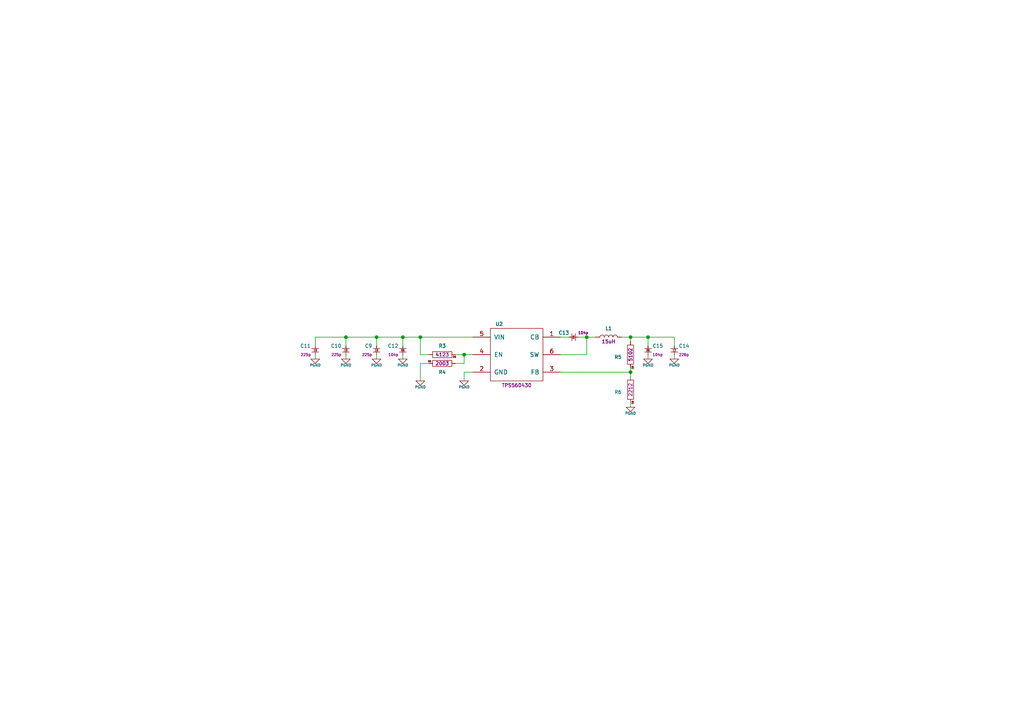
<source format=kicad_sch>
(kicad_sch (version 20231120) (generator "eeschema") (generator_version "8.0")
  (paper "A4")
  (title_block (comment 1 "See the file \"LICENSE\" in the main directory of this archive for more details.") (comment 2 "This file is subject to the terms and conditions of the MIT License.") (comment 3 "Copyright (c) 2024 Yoon-Ki Hong"))
  (lib_symbols
    (symbol "Capacitor_MLCC:0603B104K500" (pin_numbers hide) (pin_names (offset 1.016) hide)
      (property "Reference" "C" (at 1.27 1.27 0))
      (property "#Value" "104p" (at 1.27 -1.27 0))
      (symbol "0603B104K500_0_0"
        (text "06" (at 0 0 0) (effects (font (size 0.508 0.508))))
      )
      (symbol "0603B104K500_0_1"
        (polyline (pts (xy -1.016 -0.508) (xy 1.016 -0.508)))
        (polyline (pts (xy -1.016 0.508) (xy 1.016 0.508)))
        (polyline (pts (xy 0 1.27) (xy 0 0.635) (xy 0 0.635)))
      )
      (symbol "0603B104K500_1_1"
        (pin passive line (at 0 -1.27 90) (length 0.762) (name "~") (number "1"))
        (pin passive line (at 0 1.27 270) (length 0.762) (name "~") (number "2"))
      )
    )
    (symbol "Capacitor_MLCC:1206B226K100" (pin_numbers hide) (pin_names (offset 1.016) hide)
      (property "Reference" "C" (at 1.27 1.27 0))
      (property "#Value" "226p" (at 1.27 -1.27 0))
      (symbol "1206B226K100_0_0"
        (text "12" (at 0 0 0) (effects (font (size 0.508 0.508))))
      )
      (symbol "1206B226K100_0_1"
        (polyline (pts (xy -1.016 -0.508) (xy 1.016 -0.508)))
        (polyline (pts (xy -1.016 0.508) (xy 1.016 0.508)))
        (polyline (pts (xy 0 1.27) (xy 0 0.635) (xy 0 0.635)))
      )
      (symbol "1206B226K100_1_1"
        (pin passive line (at 0 -1.27 90) (length 0.762) (name "~") (number "1"))
        (pin passive line (at 0 1.27 270) (length 0.762) (name "~") (number "2"))
      )
    )
    (symbol "Capacitor_MLCC:1210B225K101" (pin_numbers hide) (pin_names (offset 1.016) hide)
      (property "Reference" "C" (at 1.27 1.27 0))
      (property "#Value" "225p" (at 1.27 -1.27 0))
      (symbol "1210B225K101_0_1"
        (polyline (pts (xy -1.016 -0.508) (xy 1.016 -0.508)))
        (polyline (pts (xy -1.016 0.508) (xy 1.016 0.508)))
        (polyline (pts (xy 0 1.27) (xy 0 0.635) (xy 0 0.635)))
      )
      (symbol "1210B225K101_1_0"
        (text "10" (at 0 0 0) (effects (font (size 0.508 0.508))))
      )
      (symbol "1210B225K101_1_1"
        (pin passive line (at 0 -1.27 90) (length 0.762) (name "~") (number "1"))
        (pin passive line (at 0 1.27 270) (length 0.762) (name "~") (number "2"))
      )
    )
    (symbol "Inductor_Power:SWPA5040S150MT" (pin_numbers hide) (pin_names (offset 0.0254))
      (property "Reference" "L" (at 0 2.54 0))
      (property "#Value" "15uH" (at 0 -1.27 0))
      (symbol "SWPA5040S150MT_1_1"
        (arc (start -1.27 0) (mid -1.905 0.6323) (end -2.54 0))
        (arc (start -1.27 0) (mid -1.27 0) (end -1.27 0))
        (arc (start 0 0) (mid -0.635 0.6323) (end -1.27 0))
        (arc (start 1.27 0) (mid 0.635 0.6323) (end 0 0))
        (arc (start 2.54 0) (mid 1.905 0.6323) (end 1.27 0))
        (pin passive line (at -3.81 0 0) (length 1.27) (name "~") (number "1"))
        (pin passive line (at 3.81 0 180) (length 1.27) (name "~") (number "2"))
      )
    )
    (symbol "Power_DCDC:TPS560430XDBV" (pin_names (offset 1.016))
      (property "Reference" "U" (at -5.08 16.51 0))
      (property "#Value" "TPS560430" (at 0 -1.27 0))
      (symbol "TPS560430XDBV_0_1"
        (rectangle (start -7.62 15.24) (end 7.62 0))
      )
      (symbol "TPS560430XDBV_1_1"
        (pin passive line (at 12.7 12.7 180) (length 5.08) (name "CB") (number "1"))
        (pin power_in line (at -12.7 2.54 0) (length 5.08) (name "GND") (number "2"))
        (pin input line (at 12.7 2.54 180) (length 5.08) (name "FB") (number "3"))
        (pin input line (at -12.7 7.62 0) (length 5.08) (name "EN") (number "4"))
        (pin power_in line (at -12.7 12.7 0) (length 5.08) (name "VIN") (number "5"))
        (pin output line (at 12.7 7.62 180) (length 5.08) (name "SW") (number "6"))
      )
    )
    (symbol "Resistor:WR06X2003FTL" (pin_numbers hide) (pin_names (offset 0.0254))
      (property "Reference" "R" (at 0 2.032 0))
      (property "#Value" "2003" (at 0 0 0))
      (symbol "WR06X2003FTL_0_0"
        (text "06" (at -3.683 0.635 0) (effects (font (size 0.508 0.508))))
      )
      (symbol "WR06X2003FTL_0_1"
        (rectangle (start -2.794 -0.889) (end 2.794 0.889))
      )
      (symbol "WR06X2003FTL_1_1"
        (pin passive line (at -3.81 0 0) (length 1.016) (name "~") (number "1"))
        (pin passive line (at 3.81 0 180) (length 1.016) (name "~") (number "2"))
      )
    )
    (symbol "Resistor:WR06X2212FTL" (pin_numbers hide) (pin_names (offset 0.0254))
      (property "Reference" "R" (at 0 2.032 0))
      (property "#Value" "2212" (at 0 0 0))
      (symbol "WR06X2212FTL_0_0"
        (text "06" (at -3.683 0.635 0) (effects (font (size 0.508 0.508))))
      )
      (symbol "WR06X2212FTL_0_1"
        (rectangle (start -2.794 -0.889) (end 2.794 0.889))
      )
      (symbol "WR06X2212FTL_1_1"
        (pin passive line (at -3.81 0 0) (length 1.016) (name "~") (number "1"))
        (pin passive line (at 3.81 0 180) (length 1.016) (name "~") (number "2"))
      )
    )
    (symbol "Resistor:WR06X4123FTL" (pin_numbers hide) (pin_names (offset 0.0254))
      (property "Reference" "R" (at 0 2.032 0))
      (property "#Value" "4123" (at 0 0 0))
      (symbol "WR06X4123FTL_0_0"
        (text "06" (at -3.556 0.635 0) (effects (font (size 0.508 0.508))))
      )
      (symbol "WR06X4123FTL_0_1"
        (rectangle (start -2.794 -0.889) (end 2.794 0.889))
      )
      (symbol "WR06X4123FTL_1_1"
        (pin passive line (at -3.81 0 0) (length 1.016) (name "~") (number "1"))
        (pin passive line (at 3.81 0 180) (length 1.016) (name "~") (number "2"))
      )
    )
    (symbol "Resistor:WR06X5102FTL" (pin_numbers hide) (pin_names (offset 0.0254))
      (property "Reference" "R" (at 0 2.032 0))
      (property "#Value" "5102" (at 0 0 0))
      (symbol "WR06X5102FTL_0_0"
        (text "06" (at -3.683 0.635 0) (effects (font (size 0.508 0.508))))
      )
      (symbol "WR06X5102FTL_0_1"
        (rectangle (start -2.794 -0.889) (end 2.794 0.889))
      )
      (symbol "WR06X5102FTL_1_1"
        (pin passive line (at -3.81 0 0) (length 1.016) (name "~") (number "1"))
        (pin passive line (at 3.81 0 180) (length 1.016) (name "~") (number "2"))
      )
    )
    (symbol "power:PGND" (power) (pin_names (offset 0))
      (property "Value" "PGND" (at 0 -1.778 0))
      (symbol "PGND_0_1"
        (polyline (pts (xy -1.27 0) (xy 0 -1.27) (xy 1.27 0) (xy -1.27 0)))
      )
      (symbol "PGND_1_1"
        (pin power_in line (at 0 0 90) (length 0) hide (name "PGND") (number "1"))
      )
    )
  )
  (junction (at 116.84 97.79))
  (junction (at 121.92 97.79))
  (junction (at 134.62 102.87))
  (junction (at 187.96 97.79))
  (junction (at 109.22 97.79))
  (junction (at 182.88 107.95))
  (junction (at 182.88 97.79))
  (junction (at 100.33 97.79))
  (junction (at 170.18 97.79))
  (wire (pts (xy 116.84 102.87) (xy 116.84 104.14)))
  (wire (pts (xy 109.22 97.79) (xy 116.84 97.79)))
  (wire (pts (xy 100.33 102.87) (xy 100.33 104.14)))
  (wire (pts (xy 162.56 97.79) (xy 165.1 97.79)))
  (wire (pts (xy 121.92 105.41) (xy 121.92 110.49)))
  (wire (pts (xy 109.22 102.87) (xy 109.22 104.14)))
  (wire (pts (xy 132.08 105.41) (xy 134.62 105.41)))
  (wire (pts (xy 116.84 97.79) (xy 121.92 97.79)))
  (wire (pts (xy 134.62 102.87) (xy 137.16 102.87)))
  (wire (pts (xy 121.92 97.79) (xy 121.92 102.87)))
  (wire (pts (xy 134.62 107.95) (xy 137.16 107.95)))
  (wire (pts (xy 195.58 102.87) (xy 195.58 104.14)))
  (wire (pts (xy 132.08 102.87) (xy 134.62 102.87)))
  (wire (pts (xy 195.58 97.79) (xy 195.58 100.33)))
  (wire (pts (xy 182.88 106.68) (xy 182.88 107.95)))
  (wire (pts (xy 182.88 97.79) (xy 187.96 97.79)))
  (wire (pts (xy 180.34 97.79) (xy 182.88 97.79)))
  (wire (pts (xy 182.88 116.84) (xy 182.88 118.11)))
  (wire (pts (xy 91.44 102.87) (xy 91.44 104.14)))
  (wire (pts (xy 121.92 97.79) (xy 137.16 97.79)))
  (wire (pts (xy 91.44 97.79) (xy 100.33 97.79)))
  (wire (pts (xy 109.22 97.79) (xy 109.22 100.33)))
  (wire (pts (xy 100.33 97.79) (xy 109.22 97.79)))
  (wire (pts (xy 170.18 97.79) (xy 170.18 102.87)))
  (wire (pts (xy 170.18 97.79) (xy 172.72 97.79)))
  (wire (pts (xy 134.62 102.87) (xy 134.62 105.41)))
  (wire (pts (xy 162.56 102.87) (xy 170.18 102.87)))
  (wire (pts (xy 116.84 97.79) (xy 116.84 100.33)))
  (wire (pts (xy 91.44 100.33) (xy 91.44 97.79)))
  (wire (pts (xy 187.96 97.79) (xy 187.96 100.33)))
  (wire (pts (xy 187.96 97.79) (xy 195.58 97.79)))
  (wire (pts (xy 167.64 97.79) (xy 170.18 97.79)))
  (wire (pts (xy 182.88 107.95) (xy 182.88 109.22)))
  (wire (pts (xy 124.46 105.41) (xy 121.92 105.41)))
  (wire (pts (xy 162.56 107.95) (xy 182.88 107.95)))
  (wire (pts (xy 124.46 102.87) (xy 121.92 102.87)))
  (wire (pts (xy 134.62 107.95) (xy 134.62 110.49)))
  (wire (pts (xy 182.88 97.79) (xy 182.88 99.06)))
  (wire (pts (xy 100.33 100.33) (xy 100.33 97.79)))
  (wire (pts (xy 187.96 102.87) (xy 187.96 104.14)))
  (symbol (lib_id "Resistor:WR06X2003FTL") (at 128.27 105.41 0) (unit 1)
    (property "Reference" "R4" (at 128.27 107.95 0) (effects (font (size 1.016 1.016))))
    (property "Value" "WR06X2003FTL" (effects (hide yes)))
    (property "Footprint" "SMR:0603" (effects (hide yes)))
    (property "Description" "200 kOhm ±1% 1/10W" (effects (hide yes)))
    (property "Manufacturer" "WALSIN" (effects (hide yes)))
    (property "#Value" "2003" (at 128.27 105.41 0) (effects (font (size 1.016 1.016))))
  )
  (symbol (lib_id "Capacitor_MLCC:1206B226K100") (at 195.58 101.6 0) (unit 1)
    (property "Reference" "C14" (at 196.85 100.33 0) (effects (font (size 1.016 1.016)) (justify left)))
    (property "Value" "1206B226K100" (effects (hide yes)))
    (property "Footprint" "SMC:1206" (effects (hide yes)))
    (property "Description" "22uF ±10% 10V X7R" (effects (hide yes)))
    (property "Manufacturer" "WALSIN" (effects (hide yes)))
    (property "#Value" "226p" (at 196.85 102.87 0) (effects (font (size 0.762 0.762)) (justify left)))
  )
  (symbol (lib_id "power:PGND") (at 121.92 110.49 0) (unit 1)
    (property "Reference" "#PWR023" (effects (hide yes)))
    (property "Value" "PGND" (at 121.92 112.268 0) (effects (font (size 0.762 0.762))))
  )
  (symbol (lib_id "power:PGND") (at 91.44 104.14 0) (unit 1)
    (property "Reference" "#PWR020" (effects (hide yes)))
    (property "Value" "PGND" (at 91.44 105.918 0) (effects (font (size 0.762 0.762))))
  )
  (symbol (lib_id "Capacitor_MLCC:1210B225K101") (at 100.33 101.6 0) (mirror y) (unit 1)
    (property "Reference" "C10" (at 99.06 100.33 0) (effects (font (size 1.016 1.016)) (justify left)))
    (property "Value" "1210B225K101" (effects (hide yes)))
    (property "Footprint" "SMC:1210" (effects (hide yes)))
    (property "Description" "2.2uF ±10% 100V X7R" (effects (hide yes)))
    (property "Manufacturer" "WALSIN" (effects (hide yes)))
    (property "#Value" "225p" (at 99.06 102.87 0) (effects (font (size 0.762 0.762)) (justify left)))
    (property "Code" "0" (effects (hide yes)))
  )
  (symbol (lib_id "Capacitor_MLCC:1210B225K101") (at 91.44 101.6 0) (mirror y) (unit 1)
    (property "Reference" "C11" (at 90.17 100.33 0) (effects (font (size 1.016 1.016)) (justify left)))
    (property "Value" "1210B225K101" (effects (hide yes)))
    (property "Footprint" "SMC:1210" (effects (hide yes)))
    (property "Description" "2.2uF ±10% 100V X7R" (effects (hide yes)))
    (property "Manufacturer" "WALSIN" (effects (hide yes)))
    (property "#Value" "225p" (at 90.17 102.87 0) (effects (font (size 0.762 0.762)) (justify left)))
    (property "Code" "0" (effects (hide yes)))
  )
  (symbol (lib_id "Power_DCDC:TPS560430XDBV") (at 149.86 110.49 0) (unit 1)
    (property "Reference" "U2" (at 144.78 93.98 0) (effects (font (size 1.016 1.016))))
    (property "Value" "TPS560430XDBV" (effects (hide yes)))
    (property "Footprint" "TI:DBV0006A" (effects (hide yes)))
    (property "Description" "SIMPLE SWITCHER 4V to 36V, 600mA Synchronous Step-Down Converter" (effects (hide yes)))
    (property "Manufacturer" "TI" (effects (hide yes)))
    (property "#Value" "TPS560430" (at 149.86 111.76 0) (effects (font (size 1.016 1.016))))
    (property "Code" "0" (effects (hide yes)))
  )
  (symbol (lib_id "power:PGND") (at 100.33 104.14 0) (unit 1)
    (property "Reference" "#PWR018" (effects (hide yes)))
    (property "Value" "PGND" (at 100.33 105.918 0) (effects (font (size 0.762 0.762))))
  )
  (symbol (lib_id "Inductor_Power:SWPA5040S150MT") (at 176.53 97.79 0) (unit 1)
    (property "Reference" "L1" (at 176.53 95.25 0) (effects (font (size 1.016 1.016))))
    (property "Value" "SWPA5040S150MT" (effects (hide yes)))
    (property "Footprint" "Sunlord:SWPA5040S" (effects (hide yes)))
    (property "Description" "15uH ±20% 0.086 Ohm 2.0A Isat Shielded" (effects (hide yes)))
    (property "Manufacturer" "Sunlord" (effects (hide yes)))
    (property "#Value" "15uH" (at 176.53 99.06 0) (effects (font (size 1.016 1.016))))
    (property "Code" "0" (effects (hide yes)))
  )
  (symbol (lib_id "Capacitor_MLCC:0603B104K500") (at 116.84 101.6 0) (mirror y) (unit 1)
    (property "Reference" "C12" (at 115.57 100.33 0) (effects (font (size 1.016 1.016)) (justify left)))
    (property "Value" "0603B104K500" (effects (hide yes)))
    (property "Footprint" "SMC:0603" (effects (hide yes)))
    (property "Description" "100nF ±10% 50V X7R" (effects (hide yes)))
    (property "Manufacturer" "WALSIN" (effects (hide yes)))
    (property "#Value" "104p" (at 115.57 102.87 0) (effects (font (size 0.762 0.762)) (justify left)))
  )
  (symbol (lib_id "power:PGND") (at 187.96 104.14 0) (unit 1)
    (property "Reference" "#PWR024" (effects (hide yes)))
    (property "Value" "PGND" (at 187.96 105.918 0) (effects (font (size 0.762 0.762))))
  )
  (symbol (lib_id "power:PGND") (at 134.62 110.49 0) (unit 1)
    (property "Reference" "#PWR021" (effects (hide yes)))
    (property "Value" "PGND" (at 134.62 112.268 0) (effects (font (size 0.762 0.762))))
  )
  (symbol (lib_id "Capacitor_MLCC:0603B104K500") (at 187.96 101.6 0) (unit 1)
    (property "Reference" "C15" (at 189.23 100.33 0) (effects (font (size 1.016 1.016)) (justify left)))
    (property "Value" "0603B104K500" (effects (hide yes)))
    (property "Footprint" "SMC:0603" (effects (hide yes)))
    (property "Description" "100nF ±10% 50V X7R" (effects (hide yes)))
    (property "Manufacturer" "WALSIN" (effects (hide yes)))
    (property "#Value" "104p" (at 189.23 102.87 0) (effects (font (size 0.762 0.762)) (justify left)))
  )
  (symbol (lib_id "Resistor:WR06X5102FTL") (at 182.88 102.87 270) (mirror x) (unit 1)
    (property "Reference" "R5" (at 180.34 103.5785 90) (effects (font (size 1.016 1.016)) (justify right)))
    (property "Value" "WR06X5102FTL" (effects (hide yes)))
    (property "Footprint" "SMR:0603" (effects (hide yes)))
    (property "Description" "51kOhm ±1% 1/10W" (effects (hide yes)))
    (property "Manufacturer" "WALSIN" (effects (hide yes)))
    (property "#Value" "5102" (at 182.88 102.87 0) (effects (font (size 1.016 1.016))))
  )
  (symbol (lib_id "power:PGND") (at 116.84 104.14 0) (unit 1)
    (property "Reference" "#PWR022" (effects (hide yes)))
    (property "Value" "PGND" (at 116.84 105.918 0) (effects (font (size 0.762 0.762))))
  )
  (symbol (lib_id "power:PGND") (at 182.88 118.11 0) (unit 1)
    (property "Reference" "#PWR026" (effects (hide yes)))
    (property "Value" "PGND" (at 182.88 119.888 0) (effects (font (size 0.762 0.762))))
  )
  (symbol (lib_id "Resistor:WR06X4123FTL") (at 128.27 102.87 180) (unit 1)
    (property "Reference" "R3" (at 128.27 100.33 0) (effects (font (size 1.016 1.016))))
    (property "Value" "WR06X4123FTL" (effects (hide yes)))
    (property "Footprint" "SMR:0603" (effects (hide yes)))
    (property "Description" "412 kOhm ±1% 1/10W" (effects (hide yes)))
    (property "Manufacturer" "WALSIN" (effects (hide yes)))
    (property "#Value" "4123" (at 128.27 102.87 0) (effects (font (size 1.016 1.016))))
  )
  (symbol (lib_id "power:PGND") (at 109.22 104.14 0) (unit 1)
    (property "Reference" "#PWR019" (effects (hide yes)))
    (property "Value" "PGND" (at 109.22 105.918 0) (effects (font (size 0.762 0.762))))
  )
  (symbol (lib_id "power:PGND") (at 195.58 104.14 0) (unit 1)
    (property "Reference" "#PWR025" (effects (hide yes)))
    (property "Value" "PGND" (at 195.58 105.918 0) (effects (font (size 0.762 0.762))))
  )
  (symbol (lib_id "Capacitor_MLCC:0603B104K500") (at 166.37 97.79 90) (mirror x) (unit 1)
    (property "Reference" "C13" (at 165.1 96.52 90) (effects (font (size 1.016 1.016)) (justify left)))
    (property "Value" "0603B104K500" (effects (hide yes)))
    (property "Footprint" "SMC:0603" (effects (hide yes)))
    (property "Description" "100nF ±10% 50V X7R" (effects (hide yes)))
    (property "Manufacturer" "WALSIN" (effects (hide yes)))
    (property "#Value" "104p" (at 167.64 96.52 90) (effects (font (size 0.762 0.762)) (justify right)))
  )
  (symbol (lib_id "Resistor:WR06X2212FTL") (at 182.88 113.03 270) (mirror x) (unit 1)
    (property "Reference" "R6" (at 180.34 113.7385 90) (effects (font (size 1.016 1.016)) (justify right)))
    (property "Value" "WR06X2212FTL" (effects (hide yes)))
    (property "Footprint" "SMR:0603" (effects (hide yes)))
    (property "Description" "22.1kOhm ±1% 1/10W" (effects (hide yes)))
    (property "Manufacturer" "WALSIN" (effects (hide yes)))
    (property "#Value" "2212" (at 182.88 113.03 0) (effects (font (size 1.016 1.016))))
  )
  (symbol (lib_id "Capacitor_MLCC:1210B225K101") (at 109.22 101.6 0) (mirror y) (unit 1)
    (property "Reference" "C9" (at 107.95 100.33 0) (effects (font (size 1.016 1.016)) (justify left)))
    (property "Value" "1210B225K101" (effects (hide yes)))
    (property "Footprint" "SMC:1210" (effects (hide yes)))
    (property "Description" "2.2uF ±10% 100V X7R" (effects (hide yes)))
    (property "Manufacturer" "WALSIN" (effects (hide yes)))
    (property "#Value" "225p" (at 107.95 102.87 0) (effects (font (size 0.762 0.762)) (justify left)))
    (property "Code" "0" (effects (hide yes)))
  )
)
</source>
